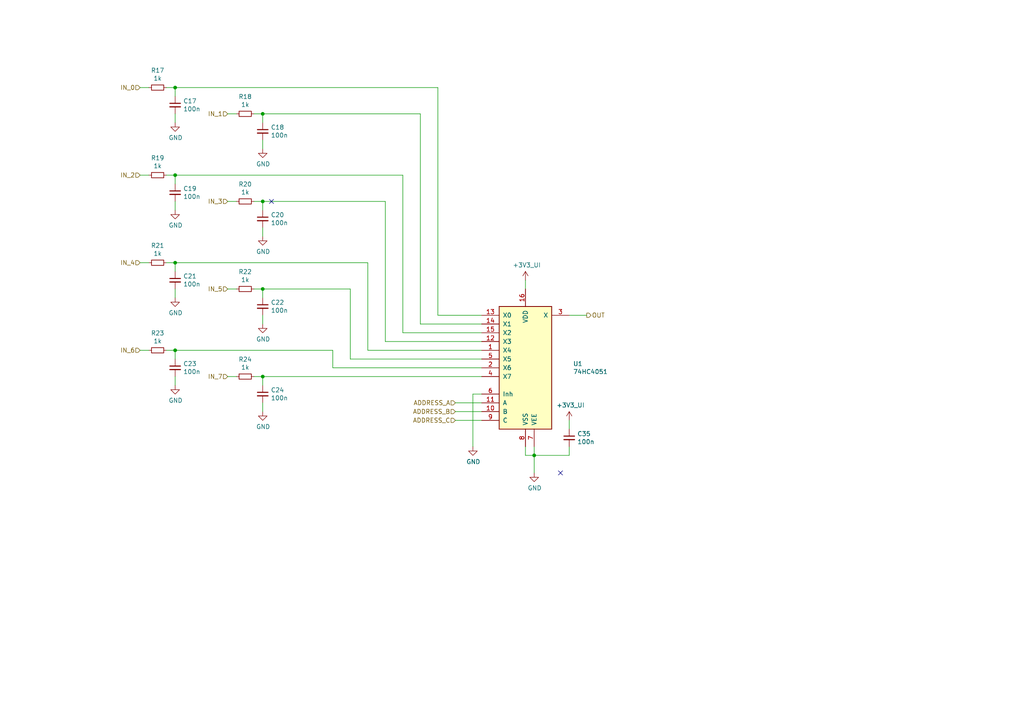
<source format=kicad_sch>
(kicad_sch (version 20211123) (generator eeschema)
  (paper "A4")
  (lib_symbols
    (symbol "power:GND" (power) (pin_names (offset 0))
      (property "Value" "GND" (at 0 -3.81 0))
      (symbol "GND_0_1"
        (polyline (pts (xy 0 0) (xy 0 -1.27) (xy 1.27 -1.27) (xy 0 -2.54) (xy -1.27 -1.27) (xy 0 -1.27)))
      )
      (symbol "GND_1_1"
        (pin power_in line (at 0 0 270) (length 0) hide (name "GND") (number "1"))
      )
    )
    (symbol "suku_basics:+3V3_UI" (power) (pin_names (offset 0))
      (property "Value" "+3V3_UI" (at 0 3.556 0))
      (symbol "+3V3_UI_0_1"
        (polyline (pts (xy -0.762 1.27) (xy 0 2.54)))
        (polyline (pts (xy 0 0) (xy 0 2.54)))
        (polyline (pts (xy 0 2.54) (xy 0.762 1.27)))
      )
      (symbol "+3V3_UI_1_1"
        (pin power_in line (at 0 0 90) (length 0) hide (name "+3V3_UI") (number "1"))
      )
    )
    (symbol "suku_basics:74HC4051" (pin_names (offset 1.016))
      (property "Reference" "U" (at -7.62 19.05 0))
      (property "Value" "74HC4051" (at -7.62 -19.05 0))
      (symbol "74HC4051_1_0"
        (pin passive line (at -12.7 5.08 0) (length 5.08) (name "X4") (number "1"))
        (pin input line (at -12.7 -12.7 0) (length 5.08) (name "B") (number "10"))
        (pin input line (at -12.7 -10.16 0) (length 5.08) (name "A") (number "11"))
        (pin passive line (at -12.7 7.62 0) (length 5.08) (name "X3") (number "12"))
        (pin passive line (at -12.7 15.24 0) (length 5.08) (name "X0") (number "13"))
        (pin passive line (at -12.7 12.7 0) (length 5.08) (name "X1") (number "14"))
        (pin passive line (at -12.7 10.16 0) (length 5.08) (name "X2") (number "15"))
        (pin power_in line (at 0 22.86 270) (length 5.08) (name "VDD") (number "16"))
        (pin passive line (at -12.7 0 0) (length 5.08) (name "X6") (number "2"))
        (pin passive line (at 12.7 15.24 180) (length 5.08) (name "X") (number "3"))
        (pin passive line (at -12.7 -2.54 0) (length 5.08) (name "X7") (number "4"))
        (pin passive line (at -12.7 2.54 0) (length 5.08) (name "X5") (number "5"))
        (pin input line (at -12.7 -7.62 0) (length 5.08) (name "Inh") (number "6"))
        (pin power_in line (at 2.54 -22.86 90) (length 5.08) (name "VEE") (number "7"))
        (pin power_in line (at 0 -22.86 90) (length 5.08) (name "VSS") (number "8"))
        (pin input line (at -12.7 -15.24 0) (length 5.08) (name "C") (number "9"))
      )
      (symbol "74HC4051_1_1"
        (rectangle (start -7.62 17.78) (end 7.62 -17.78) (stroke (width 0.254)) (fill (type background)))
      )
    )
    (symbol "suku_basics:CAP" (pin_numbers hide) (pin_names (offset 0.254) hide)
      (property "Reference" "C" (at 0.254 1.778 0))
      (property "Value" "CAP" (at 0.254 -2.032 0))
      (symbol "CAP_0_1"
        (polyline (pts (xy -1.524 -0.508) (xy 1.524 -0.508)) (stroke (width 0.3302)))
        (polyline (pts (xy -1.524 0.508) (xy 1.524 0.508)) (stroke (width 0.3048)))
      )
      (symbol "CAP_1_1"
        (pin passive line (at 0 2.54 270) (length 2.032) (name "~") (number "1"))
        (pin passive line (at 0 -2.54 90) (length 2.032) (name "~") (number "2"))
      )
    )
    (symbol "suku_basics:RES" (pin_numbers hide) (pin_names (offset 0.254) hide)
      (property "Reference" "R" (at 0.762 0.508 0))
      (property "Value" "RES" (at 0.762 -1.016 0))
      (symbol "RES_1_1"
        (rectangle (start -0.762 1.778) (end 0.762 -1.778) (stroke (width 0.2032)))
        (pin passive line (at 0 2.54 270) (length 0.762) (name "~") (number "1"))
        (pin passive line (at 0 -2.54 90) (length 0.762) (name "~") (number "2"))
      )
    )
  )
  (junction (at 76.2 58.42))
  (junction (at 50.8 50.8))
  (junction (at 76.2 33.02))
  (junction (at 76.2 109.22))
  (junction (at 50.8 76.2))
  (junction (at 50.8 101.6))
  (junction (at 76.2 83.82))
  (junction (at 50.8 25.4))
  (junction (at 154.94 132.08))
  (no_connect (at 162.56 137.16))
  (no_connect (at 78.74 58.42))
  (wire (pts (xy 76.2 83.82) (xy 101.6 83.82)))
  (wire (pts (xy 50.8 35.56) (xy 50.8 33.02)))
  (wire (pts (xy 106.68 76.2) (xy 106.68 101.6)))
  (wire (pts (xy 76.2 60.96) (xy 76.2 58.42)))
  (wire (pts (xy 139.7 91.44) (xy 127 91.44)))
  (wire (pts (xy 50.8 111.76) (xy 50.8 109.22)))
  (wire (pts (xy 152.4 129.54) (xy 152.4 132.08)))
  (wire (pts (xy 50.8 60.96) (xy 50.8 58.42)))
  (wire (pts (xy 165.1 132.08) (xy 165.1 129.54)))
  (wire (pts (xy 76.2 109.22) (xy 139.7 109.22)))
  (wire (pts (xy 50.8 104.14) (xy 50.8 101.6)))
  (wire (pts (xy 40.64 25.4) (xy 43.18 25.4)))
  (wire (pts (xy 50.8 25.4) (xy 127 25.4)))
  (wire (pts (xy 137.16 114.3) (xy 139.7 114.3)))
  (wire (pts (xy 152.4 81.28) (xy 152.4 83.82)))
  (wire (pts (xy 101.6 104.14) (xy 139.7 104.14)))
  (wire (pts (xy 76.2 68.58) (xy 76.2 66.04)))
  (wire (pts (xy 76.2 33.02) (xy 121.92 33.02)))
  (wire (pts (xy 40.64 76.2) (xy 43.18 76.2)))
  (wire (pts (xy 76.2 58.42) (xy 111.76 58.42)))
  (wire (pts (xy 50.8 86.36) (xy 50.8 83.82)))
  (wire (pts (xy 96.52 106.68) (xy 139.7 106.68)))
  (wire (pts (xy 50.8 101.6) (xy 96.52 101.6)))
  (wire (pts (xy 111.76 58.42) (xy 111.76 99.06)))
  (wire (pts (xy 101.6 83.82) (xy 101.6 104.14)))
  (wire (pts (xy 116.84 50.8) (xy 116.84 96.52)))
  (wire (pts (xy 165.1 121.92) (xy 165.1 124.46)))
  (wire (pts (xy 121.92 33.02) (xy 121.92 93.98)))
  (wire (pts (xy 48.26 76.2) (xy 50.8 76.2)))
  (wire (pts (xy 50.8 27.94) (xy 50.8 25.4)))
  (wire (pts (xy 50.8 50.8) (xy 116.84 50.8)))
  (wire (pts (xy 96.52 101.6) (xy 96.52 106.68)))
  (wire (pts (xy 154.94 137.16) (xy 154.94 132.08)))
  (wire (pts (xy 68.58 109.22) (xy 66.04 109.22)))
  (wire (pts (xy 68.58 33.02) (xy 66.04 33.02)))
  (wire (pts (xy 50.8 25.4) (xy 48.26 25.4)))
  (wire (pts (xy 106.68 101.6) (xy 139.7 101.6)))
  (wire (pts (xy 50.8 78.74) (xy 50.8 76.2)))
  (wire (pts (xy 127 25.4) (xy 127 91.44)))
  (wire (pts (xy 137.16 129.54) (xy 137.16 114.3)))
  (wire (pts (xy 48.26 101.6) (xy 50.8 101.6)))
  (wire (pts (xy 132.08 116.84) (xy 139.7 116.84)))
  (wire (pts (xy 68.58 83.82) (xy 66.04 83.82)))
  (wire (pts (xy 73.66 109.22) (xy 76.2 109.22)))
  (wire (pts (xy 73.66 58.42) (xy 76.2 58.42)))
  (wire (pts (xy 116.84 96.52) (xy 139.7 96.52)))
  (wire (pts (xy 76.2 43.18) (xy 76.2 40.64)))
  (wire (pts (xy 154.94 132.08) (xy 165.1 132.08)))
  (wire (pts (xy 111.76 99.06) (xy 139.7 99.06)))
  (wire (pts (xy 48.26 50.8) (xy 50.8 50.8)))
  (wire (pts (xy 76.2 119.38) (xy 76.2 116.84)))
  (wire (pts (xy 132.08 121.92) (xy 139.7 121.92)))
  (wire (pts (xy 139.7 119.38) (xy 132.08 119.38)))
  (wire (pts (xy 76.2 93.98) (xy 76.2 91.44)))
  (wire (pts (xy 152.4 132.08) (xy 154.94 132.08)))
  (wire (pts (xy 68.58 58.42) (xy 66.04 58.42)))
  (wire (pts (xy 154.94 132.08) (xy 154.94 129.54)))
  (wire (pts (xy 76.2 86.36) (xy 76.2 83.82)))
  (wire (pts (xy 40.64 50.8) (xy 43.18 50.8)))
  (wire (pts (xy 73.66 83.82) (xy 76.2 83.82)))
  (wire (pts (xy 76.2 35.56) (xy 76.2 33.02)))
  (wire (pts (xy 73.66 33.02) (xy 76.2 33.02)))
  (wire (pts (xy 76.2 111.76) (xy 76.2 109.22)))
  (wire (pts (xy 50.8 50.8) (xy 50.8 53.34)))
  (wire (pts (xy 121.92 93.98) (xy 139.7 93.98)))
  (wire (pts (xy 50.8 76.2) (xy 106.68 76.2)))
  (wire (pts (xy 40.64 101.6) (xy 43.18 101.6)))
  (wire (pts (xy 165.1 91.44) (xy 170.18 91.44)))
  (hierarchical_label "IN_1" (shape input) (at 66.04 33.02 180))
  (hierarchical_label "IN_7" (shape input) (at 66.04 109.22 180))
  (hierarchical_label "IN_2" (shape input) (at 40.64 50.8 180))
  (hierarchical_label "IN_0" (shape input) (at 40.64 25.4 180))
  (hierarchical_label "OUT" (shape output) (at 170.18 91.44 0))
  (hierarchical_label "ADDRESS_C" (shape input) (at 132.08 121.92 180))
  (hierarchical_label "IN_5" (shape input) (at 66.04 83.82 180))
  (hierarchical_label "ADDRESS_B" (shape input) (at 132.08 119.38 180))
  (hierarchical_label "IN_4" (shape input) (at 40.64 76.2 180))
  (hierarchical_label "IN_3" (shape input) (at 66.04 58.42 180))
  (hierarchical_label "ADDRESS_A" (shape input) (at 132.08 116.84 180))
  (hierarchical_label "IN_6" (shape input) (at 40.64 101.6 180))
  (symbol (lib_id "suku_basics:CAP") (at 165.1 127 0) (unit 1)
    (property "Reference" "C35" (at 167.4368 125.8316 0) (effects (justify left)))
    (property "Value" "100n" (at 167.4368 128.143 0) (effects (justify left)))
    (property "Footprint" "suku_basics:CAP_0805" (effects hide))
  )
  (symbol (lib_id "suku_basics:+3V3_UI") (at 165.1 121.92 0) (unit 1)
    (property "Reference" "#PWR0209" (effects hide))
    (property "Value" "+3V3_UI" (at 165.481 117.5258 0))
  )
  (symbol (lib_id "power:GND") (at 154.94 137.16 0) (unit 1)
    (property "Reference" "#PWR0139" (effects hide))
    (property "Value" "GND" (at 155.067 141.5542 0))
  )
  (symbol (lib_id "suku_basics:+3V3_UI") (at 152.4 81.28 0) (unit 1)
    (property "Reference" "#PWR0133" (effects hide))
    (property "Value" "+3V3_UI" (at 152.781 76.8858 0))
  )
  (symbol (lib_id "suku_basics:RES") (at 45.72 25.4 270) (unit 1)
    (property "Reference" "R17" (at 45.72 20.4216 90))
    (property "Value" "1k" (at 45.72 22.733 90))
    (property "Footprint" "suku_basics:RES_0805" (effects hide))
  )
  (symbol (lib_id "suku_basics:RES") (at 71.12 33.02 270) (unit 1)
    (property "Reference" "R18" (at 71.12 28.0416 90))
    (property "Value" "1k" (at 71.12 30.353 90))
    (property "Footprint" "suku_basics:RES_0805" (effects hide))
  )
  (symbol (lib_id "suku_basics:RES") (at 45.72 50.8 270) (unit 1)
    (property "Reference" "R19" (at 45.72 45.8216 90))
    (property "Value" "1k" (at 45.72 48.133 90))
    (property "Footprint" "suku_basics:RES_0805" (effects hide))
  )
  (symbol (lib_id "suku_basics:RES") (at 71.12 58.42 270) (unit 1)
    (property "Reference" "R20" (at 71.12 53.4416 90))
    (property "Value" "1k" (at 71.12 55.753 90))
    (property "Footprint" "suku_basics:RES_0805" (effects hide))
  )
  (symbol (lib_id "suku_basics:RES") (at 45.72 76.2 270) (unit 1)
    (property "Reference" "R21" (at 45.72 71.2216 90))
    (property "Value" "1k" (at 45.72 73.533 90))
    (property "Footprint" "suku_basics:RES_0805" (effects hide))
  )
  (symbol (lib_id "suku_basics:RES") (at 71.12 83.82 270) (unit 1)
    (property "Reference" "R22" (at 71.12 78.8416 90))
    (property "Value" "1k" (at 71.12 81.153 90))
    (property "Footprint" "suku_basics:RES_0805" (effects hide))
  )
  (symbol (lib_id "suku_basics:RES") (at 45.72 101.6 270) (unit 1)
    (property "Reference" "R23" (at 45.72 96.6216 90))
    (property "Value" "1k" (at 45.72 98.933 90))
    (property "Footprint" "suku_basics:RES_0805" (effects hide))
  )
  (symbol (lib_id "suku_basics:RES") (at 71.12 109.22 270) (unit 1)
    (property "Reference" "R24" (at 71.12 104.2416 90))
    (property "Value" "1k" (at 71.12 106.553 90))
    (property "Footprint" "suku_basics:RES_0805" (effects hide))
  )
  (symbol (lib_id "suku_basics:CAP") (at 50.8 30.48 0) (unit 1)
    (property "Reference" "C17" (at 53.1368 29.3116 0) (effects (justify left)))
    (property "Value" "100n" (at 53.1368 31.623 0) (effects (justify left)))
    (property "Footprint" "suku_basics:CAP_0805" (effects hide))
  )
  (symbol (lib_id "power:GND") (at 50.8 35.56 0) (unit 1)
    (property "Reference" "#PWR0129" (effects hide))
    (property "Value" "GND" (at 50.927 39.9542 0))
  )
  (symbol (lib_id "suku_basics:CAP") (at 76.2 38.1 0) (unit 1)
    (property "Reference" "C18" (at 78.5368 36.9316 0) (effects (justify left)))
    (property "Value" "100n" (at 78.5368 39.243 0) (effects (justify left)))
    (property "Footprint" "suku_basics:CAP_0805" (effects hide))
  )
  (symbol (lib_id "power:GND") (at 76.2 43.18 0) (unit 1)
    (property "Reference" "#PWR0130" (effects hide))
    (property "Value" "GND" (at 76.327 47.5742 0))
  )
  (symbol (lib_id "suku_basics:CAP") (at 50.8 55.88 0) (unit 1)
    (property "Reference" "C19" (at 53.1368 54.7116 0) (effects (justify left)))
    (property "Value" "100n" (at 53.1368 57.023 0) (effects (justify left)))
    (property "Footprint" "suku_basics:CAP_0805" (effects hide))
  )
  (symbol (lib_id "power:GND") (at 50.8 60.96 0) (unit 1)
    (property "Reference" "#PWR0131" (effects hide))
    (property "Value" "GND" (at 50.927 65.3542 0))
  )
  (symbol (lib_id "suku_basics:CAP") (at 76.2 63.5 0) (unit 1)
    (property "Reference" "C20" (at 78.5368 62.3316 0) (effects (justify left)))
    (property "Value" "100n" (at 78.5368 64.643 0) (effects (justify left)))
    (property "Footprint" "suku_basics:CAP_0805" (effects hide))
  )
  (symbol (lib_id "power:GND") (at 76.2 68.58 0) (unit 1)
    (property "Reference" "#PWR0132" (effects hide))
    (property "Value" "GND" (at 76.327 72.9742 0))
  )
  (symbol (lib_id "suku_basics:CAP") (at 50.8 81.28 0) (unit 1)
    (property "Reference" "C21" (at 53.1368 80.1116 0) (effects (justify left)))
    (property "Value" "100n" (at 53.1368 82.423 0) (effects (justify left)))
    (property "Footprint" "suku_basics:CAP_0805" (effects hide))
  )
  (symbol (lib_id "power:GND") (at 50.8 86.36 0) (unit 1)
    (property "Reference" "#PWR0134" (effects hide))
    (property "Value" "GND" (at 50.927 90.7542 0))
  )
  (symbol (lib_id "suku_basics:CAP") (at 76.2 88.9 0) (unit 1)
    (property "Reference" "C22" (at 78.5368 87.7316 0) (effects (justify left)))
    (property "Value" "100n" (at 78.5368 90.043 0) (effects (justify left)))
    (property "Footprint" "suku_basics:CAP_0805" (effects hide))
  )
  (symbol (lib_id "power:GND") (at 76.2 93.98 0) (unit 1)
    (property "Reference" "#PWR0135" (effects hide))
    (property "Value" "GND" (at 76.327 98.3742 0))
  )
  (symbol (lib_id "suku_basics:CAP") (at 50.8 106.68 0) (unit 1)
    (property "Reference" "C23" (at 53.1368 105.5116 0) (effects (justify left)))
    (property "Value" "100n" (at 53.1368 107.823 0) (effects (justify left)))
    (property "Footprint" "suku_basics:CAP_0805" (effects hide))
  )
  (symbol (lib_id "power:GND") (at 50.8 111.76 0) (unit 1)
    (property "Reference" "#PWR0136" (effects hide))
    (property "Value" "GND" (at 50.927 116.1542 0))
  )
  (symbol (lib_id "suku_basics:CAP") (at 76.2 114.3 0) (unit 1)
    (property "Reference" "C24" (at 78.5368 113.1316 0) (effects (justify left)))
    (property "Value" "100n" (at 78.5368 115.443 0) (effects (justify left)))
    (property "Footprint" "suku_basics:CAP_0805" (effects hide))
  )
  (symbol (lib_id "power:GND") (at 76.2 119.38 0) (unit 1)
    (property "Reference" "#PWR0137" (effects hide))
    (property "Value" "GND" (at 76.327 123.7742 0))
  )
  (symbol (lib_id "power:GND") (at 137.16 129.54 0) (unit 1)
    (property "Reference" "#PWR0138" (effects hide))
    (property "Value" "GND" (at 137.287 133.9342 0))
  )
  (symbol (lib_id "suku_basics:74HC4051") (at 152.4 106.68 0) (unit 1)
    (property "Reference" "U1" (at 166.2176 105.5116 0) (effects (justify left)))
    (property "Value" "74HC4051" (at 166.2176 107.823 0) (effects (justify left)))
    (property "Footprint" "suku_basics:SOIC-16_74HC4051" (effects hide))
    (property "Datasheet" "http://www.intersil.com/content/dam/Intersil/documents/cd40/cd4051bms-52bms-53bms.pdf" (effects hide))
  )
)
</source>
